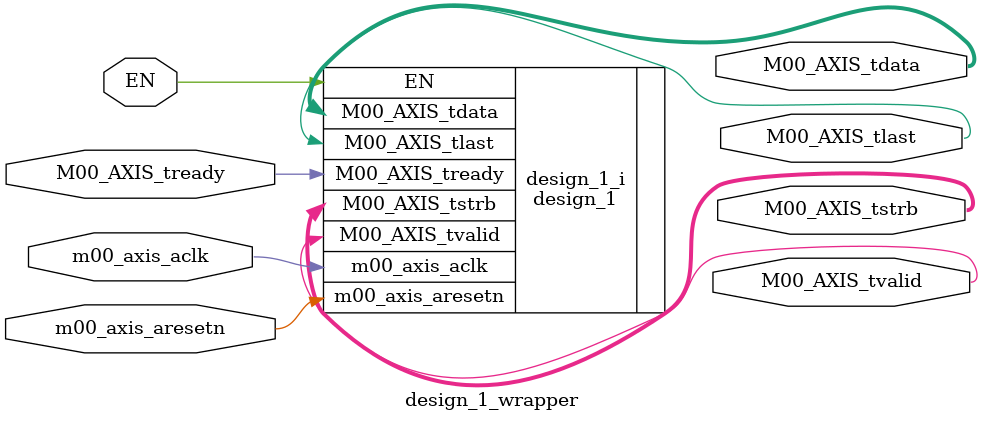
<source format=v>
`timescale 1 ps / 1 ps

module design_1_wrapper
   (EN,
    M00_AXIS_tdata,
    M00_AXIS_tlast,
    M00_AXIS_tready,
    M00_AXIS_tstrb,
    M00_AXIS_tvalid,
    m00_axis_aclk,
    m00_axis_aresetn);
  input EN;
  output [31:0]M00_AXIS_tdata;
  output M00_AXIS_tlast;
  input M00_AXIS_tready;
  output [3:0]M00_AXIS_tstrb;
  output M00_AXIS_tvalid;
  input m00_axis_aclk;
  input m00_axis_aresetn;

  wire EN;
  wire [31:0]M00_AXIS_tdata;
  wire M00_AXIS_tlast;
  wire M00_AXIS_tready;
  wire [3:0]M00_AXIS_tstrb;
  wire M00_AXIS_tvalid;
  wire m00_axis_aclk;
  wire m00_axis_aresetn;

  design_1 design_1_i
       (.EN(EN),
        .M00_AXIS_tdata(M00_AXIS_tdata),
        .M00_AXIS_tlast(M00_AXIS_tlast),
        .M00_AXIS_tready(M00_AXIS_tready),
        .M00_AXIS_tstrb(M00_AXIS_tstrb),
        .M00_AXIS_tvalid(M00_AXIS_tvalid),
        .m00_axis_aclk(m00_axis_aclk),
        .m00_axis_aresetn(m00_axis_aresetn));
endmodule

</source>
